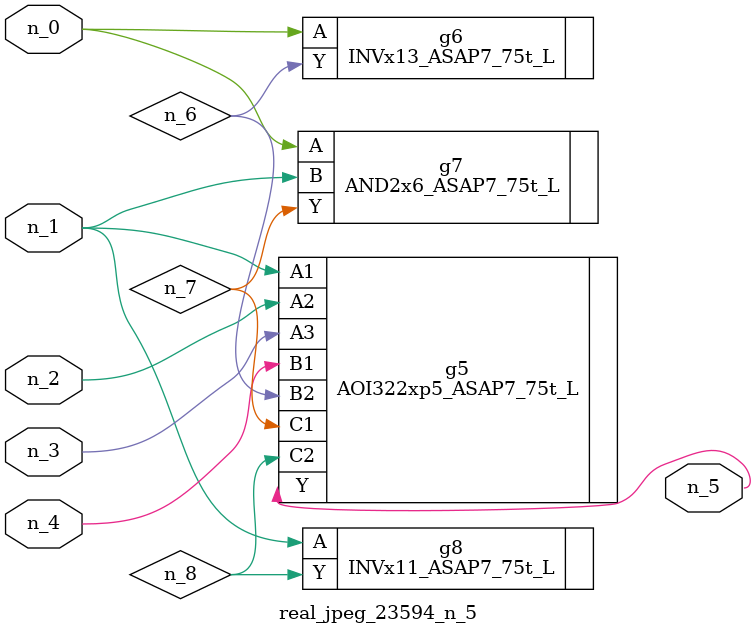
<source format=v>
module real_jpeg_23594_n_5 (n_4, n_0, n_1, n_2, n_3, n_5);

input n_4;
input n_0;
input n_1;
input n_2;
input n_3;

output n_5;

wire n_8;
wire n_6;
wire n_7;

INVx13_ASAP7_75t_L g6 ( 
.A(n_0),
.Y(n_6)
);

AND2x6_ASAP7_75t_L g7 ( 
.A(n_0),
.B(n_1),
.Y(n_7)
);

AOI322xp5_ASAP7_75t_L g5 ( 
.A1(n_1),
.A2(n_2),
.A3(n_3),
.B1(n_4),
.B2(n_6),
.C1(n_7),
.C2(n_8),
.Y(n_5)
);

INVx11_ASAP7_75t_L g8 ( 
.A(n_1),
.Y(n_8)
);


endmodule
</source>
